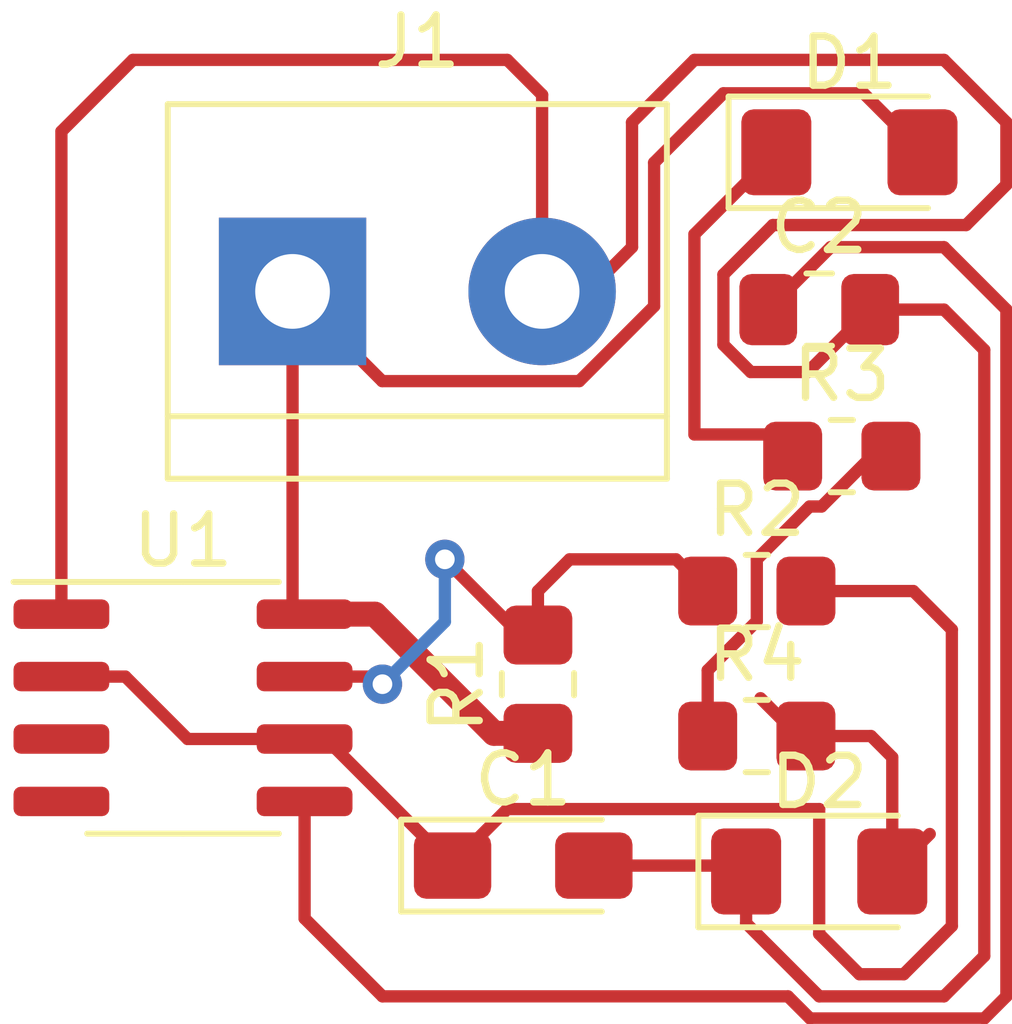
<source format=kicad_pcb>
(kicad_pcb (version 20211014) (generator pcbnew)
  (layers (0 "F.Cu" signal) (31 "B.Cu" signal) (34 "B.Paste" user) (35 "F.Paste" user) (36 "B.SilkS" user "B.Silkscreen") (37 "F.SilkS" user "F.Silkscreen") (38 "B.Mask" user) (39 "F.Mask" user) (44 "Edge.Cuts" user))
  (net 0 "")
  (net 1 "+9V")
  (net 2 "Net-(R1-Pad2)")
  (net 3 "GND")
  (net 4 "/pin_2")
  (net 5 "/pin_3")
  (net 6 "/9V")
  (net 7 "Net-(C2-Pad1)")
  (net 8 "Net-(D1-Pad1)")
  (net 9 "Net-(D2-Pad2)")
  (net 10 "Net-(R3-Pad2)")
  (footprint "Package_SO:SOIC-8_3.9x4.9mm_P1.27mm" (layer "F.Cu") (at 92.46 65.25)
    (fp_text reference "U1" (at 0 -3.4) (layer "F.SilkS"))
    (fp_text value "NE555D")
    (fp_line (start 0 2.56) (end -1.95 2.56) (layer "F.SilkS") (width 0.12))
    (fp_line (start 0 2.56) (end 1.95 2.56) (layer "F.SilkS") (width 0.12))
    (fp_line (start 0 -2.56) (end -3.45 -2.56) (layer "F.SilkS") (width 0.12))
    (fp_line (start 0 -2.56) (end 1.95 -2.56) (layer "F.SilkS") (width 0.12))
    (pad "1" smd roundrect (at -2.475 -1.905) (size 1.95 0.6) (layers "F.Cu" "F.Paste" "F.Mask") (net 3 "GND"))
    (pad "2" smd roundrect (at -2.475 -0.635) (size 1.95 0.6) (layers "F.Cu" "F.Paste" "F.Mask") (net 4 "/pin_2"))
    (pad "3" smd roundrect (at -2.475 0.635) (size 1.95 0.6) (layers "F.Cu" "F.Paste" "F.Mask") (net 5 "/pin_3"))
    (pad "4" smd roundrect (at -2.475 1.905) (size 1.95 0.6) (layers "F.Cu" "F.Paste" "F.Mask") (net 6 "/9V"))
    (pad "5" smd roundrect (at 2.475 1.905) (size 1.95 0.6) (layers "F.Cu" "F.Paste" "F.Mask") (net 7 "Net-(C2-Pad1)"))
    (pad "6" smd roundrect (at 2.475 0.635) (size 1.95 0.6) (layers "F.Cu" "F.Paste" "F.Mask") (net 4 "/pin_2"))
    (pad "7" smd roundrect (at 2.475 -0.635) (size 1.95 0.6) (layers "F.Cu" "F.Paste" "F.Mask") (net 2 "Net-(R1-Pad2)"))
    (pad "8" smd roundrect (at 2.475 -1.905) (size 1.95 0.6) (layers "F.Cu" "F.Paste" "F.Mask") (net 1 "+9V"))
  )
  (footprint "Capacitor_SMD:C_0805_2012Metric_Pad1.18x1.45mm_HandSolder" (layer "F.Cu") (at 105.41 57.15)
    (fp_text reference "C2" (at 0 -1.68) (layer "F.SilkS"))
    (fp_text value "0.01uF")
    (fp_line (start -0.261252 -0.735) (end 0.261252 -0.735) (layer "F.SilkS") (width 0.12))
    (fp_line (start -0.261252 0.735) (end 0.261252 0.735) (layer "F.SilkS") (width 0.12))
    (pad "1" smd roundrect (at -1.0375 0) (size 1.175 1.45) (layers "F.Cu" "F.Paste" "F.Mask") (roundrect_rratio 0.212766) (net 7 "Net-(C2-Pad1)"))
    (pad "2" smd roundrect (at 1.0375 0) (size 1.175 1.45) (layers "F.Cu" "F.Paste" "F.Mask") (roundrect_rratio 0.212766) (net 3 "GND"))
  )
  (footprint "Resistor_SMD:R_0805_2012Metric_Pad1.20x1.40mm_HandSolder" (layer "F.Cu") (at 104.14 65.825)
    (fp_text reference "R4" (at 0 -1.65) (layer "F.SilkS"))
    (fp_text value "1k")
    (fp_line (start -0.227064 0.735) (end 0.227064 0.735) (layer "F.SilkS") (width 0.12))
    (fp_line (start -0.227064 -0.735) (end 0.227064 -0.735) (layer "F.SilkS") (width 0.12))
    (pad "1" smd roundrect (at -1 0) (size 1.2 1.4) (layers "F.Cu" "F.Paste" "F.Mask") (roundrect_rratio 0.208333) (net 10 "Net-(R3-Pad2)"))
    (pad "2" smd roundrect (at 1 0) (size 1.2 1.4) (layers "F.Cu" "F.Paste" "F.Mask") (roundrect_rratio 0.208333) (net 9 "Net-(D2-Pad2)"))
  )
  (footprint "Resistor_SMD:R_0805_2012Metric_Pad1.20x1.40mm_HandSolder" (layer "F.Cu") (at 104.14 62.875)
    (fp_text reference "R2" (at 0 -1.65) (layer "F.SilkS"))
    (fp_text value "10k")
    (fp_line (start -0.227064 0.735) (end 0.227064 0.735) (layer "F.SilkS") (width 0.12))
    (fp_line (start -0.227064 -0.735) (end 0.227064 -0.735) (layer "F.SilkS") (width 0.12))
    (pad "1" smd roundrect (at -1 0) (size 1.2 1.4) (layers "F.Cu" "F.Paste" "F.Mask") (roundrect_rratio 0.208333) (net 2 "Net-(R1-Pad2)"))
    (pad "2" smd roundrect (at 1 0) (size 1.2 1.4) (layers "F.Cu" "F.Paste" "F.Mask") (roundrect_rratio 0.208333) (net 4 "/pin_2"))
  )
  (footprint "Resistor_SMD:R_0805_2012Metric_Pad1.20x1.40mm_HandSolder" (layer "F.Cu") (at 105.87 60.13)
    (fp_text reference "R3" (at 0 -1.65) (layer "F.SilkS"))
    (fp_text value "1k")
    (fp_line (start -0.227064 -0.735) (end 0.227064 -0.735) (layer "F.SilkS") (width 0.12))
    (fp_line (start -0.227064 0.735) (end 0.227064 0.735) (layer "F.SilkS") (width 0.12))
    (pad "1" smd roundrect (at -1 0) (size 1.2 1.4) (layers "F.Cu" "F.Paste" "F.Mask") (roundrect_rratio 0.208333) (net 8 "Net-(D1-Pad1)"))
    (pad "2" smd roundrect (at 1 0) (size 1.2 1.4) (layers "F.Cu" "F.Paste" "F.Mask") (roundrect_rratio 0.208333) (net 10 "Net-(R3-Pad2)"))
  )
  (footprint "TerminalBlock:TerminalBlock_bornier-2_P5.08mm" (layer "F.Cu") (at 94.69 56.78)
    (fp_text reference "J1" (at 2.54 -5.08) (layer "F.SilkS"))
    (fp_text value "Conn_01x02_Male")
    (fp_line (start -2.54 -3.81) (end -2.54 3.81) (layer "F.SilkS") (width 0.12))
    (fp_line (start -2.54 3.81) (end 7.62 3.81) (layer "F.SilkS") (width 0.12))
    (fp_line (start 7.62 -3.81) (end -2.54 -3.81) (layer "F.SilkS") (width 0.12))
    (fp_line (start 7.62 3.81) (end 7.62 -3.81) (layer "F.SilkS") (width 0.12))
    (fp_line (start 7.62 2.54) (end -2.54 2.54) (layer "F.SilkS") (width 0.12))
    (pad "1" thru_hole rect (at 0 0) (size 3 3) (drill 1.52) (layers *.Cu *.Mask) (net 1 "+9V"))
    (pad "2" thru_hole circle (at 5.08 0) (size 3 3) (drill 1.52) (layers *.Cu *.Mask) (net 3 "GND"))
  )
  (footprint "LED_SMD:LED_1206_3216Metric_Pad1.42x1.75mm_HandSolder" (layer "F.Cu") (at 105.41 68.58)
    (fp_text reference "D2" (at 0 -1.82) (layer "F.SilkS"))
    (fp_text value "LED")
    (fp_line (start -2.46 -1.135) (end -2.46 1.135) (layer "F.SilkS") (width 0.12))
    (fp_line (start -2.46 1.135) (end 1.6 1.135) (layer "F.SilkS") (width 0.12))
    (fp_line (start 1.6 -1.135) (end -2.46 -1.135) (layer "F.SilkS") (width 0.12))
    (pad "1" smd roundrect (at -1.4875 0) (size 1.425 1.75) (layers "F.Cu" "F.Paste" "F.Mask") (roundrect_rratio 0.175439) (net 3 "GND"))
    (pad "2" smd roundrect (at 1.4875 0) (size 1.425 1.75) (layers "F.Cu" "F.Paste" "F.Mask") (roundrect_rratio 0.175439) (net 9 "Net-(D2-Pad2)"))
  )
  (footprint "Capacitor_Tantalum_SMD:CP_EIA-3216-18_Kemet-A_Pad1.58x1.35mm_HandSolder" (layer "F.Cu") (at 99.385 68.46)
    (fp_text reference "C1" (at 0 -1.75) (layer "F.SilkS"))
    (fp_text value "10uF")
    (fp_line (start 1.6 -0.935) (end -2.485 -0.935) (layer "F.SilkS") (width 0.12))
    (fp_line (start -2.485 -0.935) (end -2.485 0.935) (layer "F.SilkS") (width 0.12))
    (fp_line (start -2.485 0.935) (end 1.6 0.935) (layer "F.SilkS") (width 0.12))
    (pad "1" smd roundrect (at -1.4375 0) (size 1.575 1.35) (layers "F.Cu" "F.Paste" "F.Mask") (roundrect_rratio 0.185185) (net 4 "/pin_2"))
    (pad "2" smd roundrect (at 1.4375 0) (size 1.575 1.35) (layers "F.Cu" "F.Paste" "F.Mask") (roundrect_rratio 0.185185) (net 3 "GND"))
  )
  (footprint "LED_SMD:LED_1206_3216Metric_Pad1.42x1.75mm_HandSolder" (layer "F.Cu") (at 106.025 53.95)
    (fp_text reference "D1" (at 0 -1.82) (layer "F.SilkS"))
    (fp_text value "LED")
    (fp_line (start -2.46 1.135) (end 1.6 1.135) (layer "F.SilkS") (width 0.12))
    (fp_line (start 1.6 -1.135) (end -2.46 -1.135) (layer "F.SilkS") (width 0.12))
    (fp_line (start -2.46 -1.135) (end -2.46 1.135) (layer "F.SilkS") (width 0.12))
    (pad "1" smd roundrect (at -1.4875 0) (size 1.425 1.75) (layers "F.Cu" "F.Paste" "F.Mask") (roundrect_rratio 0.175439) (net 8 "Net-(D1-Pad1)"))
    (pad "2" smd roundrect (at 1.4875 0) (size 1.425 1.75) (layers "F.Cu" "F.Paste" "F.Mask") (roundrect_rratio 0.175439) (net 1 "+9V"))
  )
  (footprint "Resistor_SMD:R_0805_2012Metric_Pad1.20x1.40mm_HandSolder" (layer "F.Cu") (at 99.685 64.77 90)
    (fp_text reference "R1" (at 0 -1.65 90) (layer "F.SilkS"))
    (fp_text value "1k")
    (fp_line (start -0.227064 -0.735) (end 0.227064 -0.735) (layer "F.SilkS") (width 0.12))
    (fp_line (start -0.227064 0.735) (end 0.227064 0.735) (layer "F.SilkS") (width 0.12))
    (pad "1" smd roundrect (at -1 0 90) (size 1.2 1.4) (layers "F.Cu" "F.Paste" "F.Mask") (roundrect_rratio 0.208333) (net 1 "+9V"))
    (pad "2" smd roundrect (at 1 0 90) (size 1.2 1.4) (layers "F.Cu" "F.Paste" "F.Mask") (roundrect_rratio 0.208333) (net 2 "Net-(R1-Pad2)"))
  )
  (segment (start 94.69 56.78) (end 94.69 63.1) (width 0.25) (layer "F.Cu") (net 1))
  (segment (start 94.69 56.78) (end 96.515 58.605) (width 0.25) (layer "F.Cu") (net 1))
  (segment (start 102.05 57.08094) (end 102.05 54.16) (width 0.25) (layer "F.Cu") (net 1))
  (segment (start 96.515 58.605) (end 100.52594 58.605) (width 0.25) (layer "F.Cu") (net 1))
  (segment (start 98.79 65.77) (end 96.365 63.345) (width 0.508) (layer "F.Cu") (net 1))
  (segment (start 103.46 52.75) (end 106.3125 52.75) (width 0.25) (layer "F.Cu") (net 1))
  (segment (start 96.365 63.345) (end 94.935 63.345) (width 0.508) (layer "F.Cu") (net 1))
  (segment (start 94.69 63.1) (end 94.935 63.345) (width 0.25) (layer "F.Cu") (net 1))
  (segment (start 106.3125 52.75) (end 107.5125 53.95) (width 0.25) (layer "F.Cu") (net 1))
  (segment (start 99.685 65.77) (end 98.79 65.77) (width 0.508) (layer "F.Cu") (net 1))
  (segment (start 100.52594 58.605) (end 102.05 57.08094) (width 0.25) (layer "F.Cu") (net 1))
  (segment (start 102.05 54.16) (end 103.46 52.75) (width 0.25) (layer "F.Cu") (net 1))
  (segment (start 96.365 64.615) (end 96.52 64.77) (width 0.25) (layer "F.Cu") (net 2))
  (segment (start 99.33 63.77) (end 97.79 62.23) (width 0.25) (layer "F.Cu") (net 2))
  (segment (start 99.685 62.875) (end 100.33 62.23) (width 0.25) (layer "F.Cu") (net 2))
  (segment (start 99.685 63.77) (end 99.33 63.77) (width 0.25) (layer "F.Cu") (net 2))
  (segment (start 94.935 64.615) (end 96.365 64.615) (width 0.25) (layer "F.Cu") (net 2))
  (segment (start 102.495 62.23) (end 103.14 62.875) (width 0.25) (layer "F.Cu") (net 2))
  (segment (start 100.33 62.23) (end 102.495 62.23) (width 0.25) (layer "F.Cu") (net 2))
  (segment (start 99.685 63.77) (end 99.685 62.875) (width 0.25) (layer "F.Cu") (net 2))
  (via (at 97.79 62.23) (size 0.8) (drill 0.4) (layers "F.Cu" "B.Cu") (net 2))
  (via (at 96.52 64.77) (size 0.8) (drill 0.4) (layers "F.Cu" "B.Cu") (net 2))
  (segment (start 97.79 63.5) (end 97.79 62.23) (width 0.25) (layer "B.Cu") (net 2))
  (segment (start 96.52 64.77) (end 97.79 63.5) (width 0.25) (layer "B.Cu") (net 2))
  (segment (start 103.46 56.436827) (end 103.46 57.863173) (width 0.25) (layer "F.Cu") (net 3))
  (segment (start 105.1775 58.42) (end 106.4475 57.15) (width 0.25) (layer "F.Cu") (net 3))
  (segment (start 108.77 70.3) (end 107.95 71.12) (width 0.25) (layer "F.Cu") (net 3))
  (segment (start 107.95 71.12) (end 105.41 71.12) (width 0.25) (layer "F.Cu") (net 3))
  (segment (start 99.77 52.78) (end 99.77 56.78) (width 0.25) (layer "F.Cu") (net 3))
  (segment (start 103.46 57.863173) (end 104.016827 58.42) (width 0.25) (layer "F.Cu") (net 3))
  (segment (start 103.8025 68.46) (end 103.9225 68.58) (width 0.25) (layer "F.Cu") (net 3))
  (segment (start 100.7 56.78) (end 101.6 55.88) (width 0.25) (layer "F.Cu") (net 3))
  (segment (start 103.9225 69.6325) (end 103.9225 68.58) (width 0.25) (layer "F.Cu") (net 3))
  (segment (start 108.4 55.43) (end 104.466827 55.43) (width 0.25) (layer "F.Cu") (net 3))
  (segment (start 99.77 56.78) (end 100.7 56.78) (width 0.25) (layer "F.Cu") (net 3))
  (segment (start 107.95 52.07) (end 109.22 53.34) (width 0.25) (layer "F.Cu") (net 3))
  (segment (start 89.985 53.525) (end 91.44 52.07) (width 0.25) (layer "F.Cu") (net 3))
  (segment (start 100.8225 68.46) (end 103.8025 68.46) (width 0.25) (layer "F.Cu") (net 3))
  (segment (start 106.4475 57.15) (end 107.95 57.15) (width 0.25) (layer "F.Cu") (net 3))
  (segment (start 104.016827 58.42) (end 105.1775 58.42) (width 0.25) (layer "F.Cu") (net 3))
  (segment (start 107.95 57.15) (end 108.77 57.97) (width 0.25) (layer "F.Cu") (net 3))
  (segment (start 109.22 53.34) (end 109.22 54.61) (width 0.25) (layer "F.Cu") (net 3))
  (segment (start 105.41 71.12) (end 103.9225 69.6325) (width 0.25) (layer "F.Cu") (net 3))
  (segment (start 99.06 52.07) (end 99.77 52.78) (width 0.25) (layer "F.Cu") (net 3))
  (segment (start 101.6 53.34) (end 102.87 52.07) (width 0.25) (layer "F.Cu") (net 3))
  (segment (start 104.466827 55.43) (end 103.46 56.436827) (width 0.25) (layer "F.Cu") (net 3))
  (segment (start 91.44 52.07) (end 99.06 52.07) (width 0.25) (layer "F.Cu") (net 3))
  (segment (start 102.87 52.07) (end 107.95 52.07) (width 0.25) (layer "F.Cu") (net 3))
  (segment (start 89.985 63.345) (end 89.985 53.525) (width 0.25) (layer "F.Cu") (net 3))
  (segment (start 101.6 55.88) (end 101.6 53.34) (width 0.25) (layer "F.Cu") (net 3))
  (segment (start 109.22 54.61) (end 108.4 55.43) (width 0.25) (layer "F.Cu") (net 3))
  (segment (start 108.77 57.97) (end 108.77 70.3) (width 0.25) (layer "F.Cu") (net 3))
  (segment (start 97.9475 68.4225) (end 99.06 67.31) (width 0.25) (layer "F.Cu") (net 4))
  (segment (start 107.13 70.67) (end 108.11 69.69) (width 0.25) (layer "F.Cu") (net 4))
  (segment (start 108.11 69.69) (end 108.11 63.66) (width 0.25) (layer "F.Cu") (net 4))
  (segment (start 97.9475 68.46) (end 97.9475 68.4225) (width 0.25) (layer "F.Cu") (net 4))
  (segment (start 107.325 62.875) (end 105.14 62.875) (width 0.25) (layer "F.Cu") (net 4))
  (segment (start 106.23 70.67) (end 107.13 70.67) (width 0.25) (layer "F.Cu") (net 4))
  (segment (start 92.555 65.885) (end 94.935 65.885) (width 0.25) (layer "F.Cu") (net 4))
  (segment (start 105.41 67.31) (end 105.41 69.85) (width 0.25) (layer "F.Cu") (net 4))
  (segment (start 95.3725 65.885) (end 94.935 65.885) (width 0.25) (layer "F.Cu") (net 4))
  (segment (start 105.41 69.85) (end 106.23 70.67) (width 0.25) (layer "F.Cu") (net 4))
  (segment (start 97.9475 68.46) (end 95.3725 65.885) (width 0.25) (layer "F.Cu") (net 4))
  (segment (start 89.985 64.615) (end 91.285 64.615) (width 0.25) (layer "F.Cu") (net 4))
  (segment (start 108.11 63.66) (end 107.325 62.875) (width 0.25) (layer "F.Cu") (net 4))
  (segment (start 99.06 67.31) (end 105.41 67.31) (width 0.25) (layer "F.Cu") (net 4))
  (segment (start 91.285 64.615) (end 92.555 65.885) (width 0.25) (layer "F.Cu") (net 4))
  (segment (start 109.22 71.12) (end 109.22 57.15) (width 0.25) (layer "F.Cu") (net 7))
  (segment (start 109.22 57.15) (end 107.95 55.88) (width 0.25) (layer "F.Cu") (net 7))
  (segment (start 94.935 67.155) (end 94.935 69.535) (width 0.25) (layer "F.Cu") (net 7))
  (segment (start 96.52 71.12) (end 104.773604 71.12) (width 0.25) (layer "F.Cu") (net 7))
  (segment (start 104.773604 71.12) (end 105.223604 71.57) (width 0.25) (layer "F.Cu") (net 7))
  (segment (start 105.6425 55.88) (end 104.3725 57.15) (width 0.25) (layer "F.Cu") (net 7))
  (segment (start 108.77 71.57) (end 109.22 71.12) (width 0.25) (layer "F.Cu") (net 7))
  (segment (start 105.223604 71.57) (end 108.77 71.57) (width 0.25) (layer "F.Cu") (net 7))
  (segment (start 94.935 69.535) (end 96.52 71.12) (width 0.25) (layer "F.Cu") (net 7))
  (segment (start 107.95 55.88) (end 105.6425 55.88) (width 0.25) (layer "F.Cu") (net 7))
  (segment (start 102.87 59.69) (end 104.43 59.69) (width 0.25) (layer "F.Cu") (net 8))
  (segment (start 104.5375 53.95) (end 102.87 55.6175) (width 0.25) (layer "F.Cu") (net 8))
  (segment (start 104.43 59.69) (end 104.87 60.13) (width 0.25) (layer "F.Cu") (net 8))
  (segment (start 102.87 55.6175) (end 102.87 59.69) (width 0.25) (layer "F.Cu") (net 8))
  (segment (start 106.465 65.825) (end 105.14 65.825) (width 0.25) (layer "F.Cu") (net 9))
  (segment (start 104.215 65.055) (end 104.985 65.825) (width 0.25) (layer "F.Cu") (net 9))
  (segment (start 104.985 65.825) (end 105.14 65.825) (width 0.25) (layer "F.Cu") (net 9))
  (segment (start 106.8975 68.58) (end 106.8975 66.2575) (width 0.25) (layer "F.Cu") (net 9))
  (segment (start 106.8975 66.2575) (end 106.465 65.825) (width 0.25) (layer "F.Cu") (net 9))
  (segment (start 106.8975 68.58) (end 107.66 67.8175) (width 0.25) (layer "F.Cu") (net 9))
  (segment (start 105.458173 61.155) (end 106.483173 60.13) (width 0.25) (layer "F.Cu") (net 10))
  (segment (start 103.14 64.488173) (end 104.14 63.488173) (width 0.25) (layer "F.Cu") (net 10))
  (segment (start 104.14 63.488173) (end 104.14 62.23) (width 0.25) (layer "F.Cu") (net 10))
  (segment (start 106.483173 60.13) (end 106.87 60.13) (width 0.25) (layer "F.Cu") (net 10))
  (segment (start 103.14 65.825) (end 103.14 64.488173) (width 0.25) (layer "F.Cu") (net 10))
  (segment (start 105.215 61.155) (end 105.458173 61.155) (width 0.25) (layer "F.Cu") (net 10))
  (segment (start 104.14 62.23) (end 105.215 61.155) (width 0.25) (layer "F.Cu") (net 10))
)
</source>
